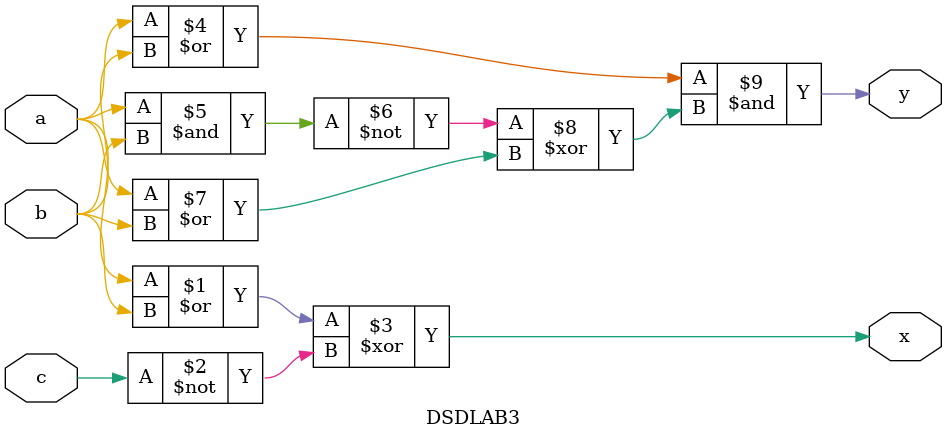
<source format=sv>
`timescale 1ns / 1ps


module DSDLAB3(output x,y,
input a,b,c
);
assign x =(a | b)^ ~c ;
assign y =(a|b)&((~(a&b))^(a|b));

endmodule


</source>
